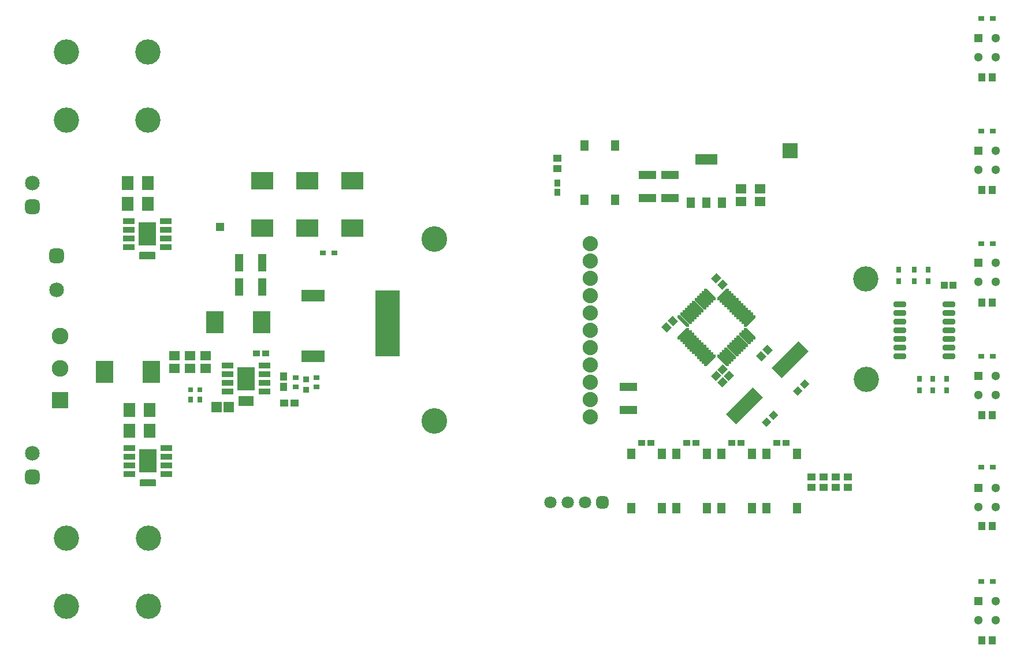
<source format=gts>
%TF.GenerationSoftware,Altium Limited,DefaultClient, ()*%
G04 Layer_Color=8388736*
%FSLAX45Y45*%
%MOMM*%
%TF.SameCoordinates,AE975085-364B-4CEB-9B6D-173D2EE7C3AA*%
%TF.FilePolarity,Negative*%
%TF.FileFunction,Soldermask,Top*%
%TF.Part,Single*%
G01*
G75*
%TA.AperFunction,SMDPad,CuDef*%
%ADD20R,1.20000X1.50000*%
%ADD21R,3.30000X1.50000*%
%ADD22R,2.50000X3.30000*%
%ADD23R,0.90000X0.80000*%
%ADD24R,0.65872X0.81213*%
%ADD25R,0.80000X0.90000*%
%ADD26R,0.65872X0.78740*%
%ADD27R,0.81213X0.65872*%
%ADD28R,1.30000X1.55000*%
%ADD29R,1.50822X1.40574*%
%ADD30R,1.05814X0.91213*%
%ADD31R,1.25814X1.01213*%
%ADD32R,1.57807X1.55620*%
G04:AMPARAMS|DCode=33|XSize=1.0065mm|YSize=0.95822mm|CornerRadius=0mm|HoleSize=0mm|Usage=FLASHONLY|Rotation=45.000|XOffset=0mm|YOffset=0mm|HoleType=Round|Shape=Rectangle|*
%AMROTATEDRECTD33*
4,1,4,-0.01707,-0.69463,-0.69463,-0.01707,0.01707,0.69463,0.69463,0.01707,-0.01707,-0.69463,0.0*
%
%ADD33ROTATEDRECTD33*%

%ADD34R,0.91213X0.85872*%
G04:AMPARAMS|DCode=35|XSize=5.6mm|YSize=2.1mm|CornerRadius=0mm|HoleSize=0mm|Usage=FLASHONLY|Rotation=225.000|XOffset=0mm|YOffset=0mm|HoleType=Round|Shape=Rectangle|*
%AMROTATEDRECTD35*
4,1,4,1.23744,2.72236,2.72236,1.23744,-1.23744,-2.72236,-2.72236,-1.23744,1.23744,2.72236,0.0*
%
%ADD35ROTATEDRECTD35*%

%ADD36R,2.50000X1.25000*%
%ADD40R,1.25000X2.50000*%
%ADD41R,1.01213X1.25814*%
%ADD44R,0.91213X1.05814*%
%ADD45R,3.30000X2.50000*%
%TA.AperFunction,ComponentPad*%
%ADD61C,2.45000*%
%ADD62R,2.45000X2.45000*%
%ADD63R,1.30000X1.30000*%
%ADD64C,1.30000*%
%TA.AperFunction,NonConductor*%
%ADD82R,3.55600X9.65200*%
%ADD83R,2.28600X2.28600*%
%ADD84R,1.27000X1.27000*%
%TA.AperFunction,SMDPad,CuDef*%
G04:AMPARAMS|DCode=85|XSize=0.5032mm|YSize=2.3032mm|CornerRadius=0mm|HoleSize=0mm|Usage=FLASHONLY|Rotation=225.000|XOffset=0mm|YOffset=0mm|HoleType=Round|Shape=Round|*
%AMOVALD85*
21,1,1.80000,0.50320,0.00000,0.00000,315.0*
1,1,0.50320,-0.63640,0.63640*
1,1,0.50320,0.63640,-0.63640*
%
%ADD85OVALD85*%

G04:AMPARAMS|DCode=86|XSize=0.5032mm|YSize=2.3032mm|CornerRadius=0mm|HoleSize=0mm|Usage=FLASHONLY|Rotation=135.000|XOffset=0mm|YOffset=0mm|HoleType=Round|Shape=Round|*
%AMOVALD86*
21,1,1.80000,0.50320,0.00000,0.00000,225.0*
1,1,0.50320,0.63640,0.63640*
1,1,0.50320,-0.63640,-0.63640*
%
%ADD86OVALD86*%

%ADD87R,1.72820X0.85320*%
%ADD88R,2.59320X3.40320*%
%ADD89R,1.20320X1.00320*%
G04:AMPARAMS|DCode=90|XSize=0.8032mm|YSize=1.8532mm|CornerRadius=0.1526mm|HoleSize=0mm|Usage=FLASHONLY|Rotation=90.000|XOffset=0mm|YOffset=0mm|HoleType=Round|Shape=RoundedRectangle|*
%AMROUNDEDRECTD90*
21,1,0.80320,1.54800,0,0,90.0*
21,1,0.49800,1.85320,0,0,90.0*
1,1,0.30520,0.77400,0.24900*
1,1,0.30520,0.77400,-0.24900*
1,1,0.30520,-0.77400,-0.24900*
1,1,0.30520,-0.77400,0.24900*
%
%ADD90ROUNDEDRECTD90*%
%ADD91R,3.40320X1.80320*%
%ADD92R,1.75763X2.10940*%
%ADD93R,1.05320X1.10320*%
G04:AMPARAMS|DCode=94|XSize=1.1032mm|YSize=1.0532mm|CornerRadius=0mm|HoleSize=0mm|Usage=FLASHONLY|Rotation=135.000|XOffset=0mm|YOffset=0mm|HoleType=Round|Shape=Rectangle|*
%AMROTATEDRECTD94*
4,1,4,0.76240,-0.01768,0.01768,-0.76240,-0.76240,0.01768,-0.01768,0.76240,0.76240,-0.01768,0.0*
%
%ADD94ROTATEDRECTD94*%

G04:AMPARAMS|DCode=95|XSize=1.1032mm|YSize=1.0532mm|CornerRadius=0mm|HoleSize=0mm|Usage=FLASHONLY|Rotation=45.000|XOffset=0mm|YOffset=0mm|HoleType=Round|Shape=Rectangle|*
%AMROTATEDRECTD95*
4,1,4,-0.01768,-0.76240,-0.76240,-0.01768,0.01768,0.76240,0.76240,0.01768,-0.01768,-0.76240,0.0*
%
%ADD95ROTATEDRECTD95*%

%ADD96R,1.00320X1.20320*%
%TA.AperFunction,ComponentPad*%
%ADD97C,3.75920*%
%ADD98C,2.23520*%
G04:AMPARAMS|DCode=99|XSize=2.1532mm|YSize=2.1532mm|CornerRadius=0.5891mm|HoleSize=0mm|Usage=FLASHONLY|Rotation=90.000|XOffset=0mm|YOffset=0mm|HoleType=Round|Shape=RoundedRectangle|*
%AMROUNDEDRECTD99*
21,1,2.15320,0.97500,0,0,90.0*
21,1,0.97500,2.15320,0,0,90.0*
1,1,1.17820,0.48750,0.48750*
1,1,1.17820,0.48750,-0.48750*
1,1,1.17820,-0.48750,-0.48750*
1,1,1.17820,-0.48750,0.48750*
%
%ADD99ROUNDEDRECTD99*%
%ADD100C,2.15320*%
%ADD101C,1.80320*%
G04:AMPARAMS|DCode=102|XSize=1.8032mm|YSize=1.8032mm|CornerRadius=0.5016mm|HoleSize=0mm|Usage=FLASHONLY|Rotation=180.000|XOffset=0mm|YOffset=0mm|HoleType=Round|Shape=RoundedRectangle|*
%AMROUNDEDRECTD102*
21,1,1.80320,0.80000,0,0,180.0*
21,1,0.80000,1.80320,0,0,180.0*
1,1,1.00320,-0.40000,0.40000*
1,1,1.00320,0.40000,0.40000*
1,1,1.00320,0.40000,-0.40000*
1,1,1.00320,-0.40000,-0.40000*
%
%ADD102ROUNDEDRECTD102*%
%TA.AperFunction,ViaPad*%
%ADD103C,3.70320*%
G36*
X2036231Y1931102D02*
X2045199Y1922110D01*
X2045016Y1825045D01*
X1806416Y1825445D01*
Y1922310D01*
X1815400Y1931287D01*
X2036231Y1931102D01*
D02*
G37*
G36*
X3475000Y3000000D02*
X3250000D01*
Y3150000D01*
X3475000D01*
Y3000000D01*
D02*
G37*
G36*
X2023563Y5261015D02*
X2032531Y5252023D01*
X2032348Y5154958D01*
X1793747Y5155358D01*
Y5252223D01*
X1802732Y5261200D01*
X2023563Y5261015D01*
D02*
G37*
D20*
X9880000Y5979200D02*
D03*
X10340000D02*
D03*
X10110000Y5979200D02*
D03*
D21*
Y6619200D02*
D03*
D22*
X3596200Y4229100D02*
D03*
X2906200D02*
D03*
X1285680Y3500120D02*
D03*
X1975680D02*
D03*
D23*
X14139000Y8686800D02*
D03*
X14309000D02*
D03*
X14139000Y431800D02*
D03*
X14309000D02*
D03*
X14139000Y2108200D02*
D03*
X14309000D02*
D03*
X14139000Y3733800D02*
D03*
X14309000D02*
D03*
X14139000Y5384800D02*
D03*
X14309000D02*
D03*
X14139000Y7035800D02*
D03*
X14309000D02*
D03*
X4490000Y5250000D02*
D03*
X4660000D02*
D03*
D24*
X2688950Y3092060D02*
D03*
X2553610D02*
D03*
D25*
X13234599Y3229800D02*
D03*
Y3399800D02*
D03*
X12934599Y4829800D02*
D03*
Y4999800D02*
D03*
X13163200Y4830000D02*
D03*
Y5000000D02*
D03*
X13366400Y4830000D02*
D03*
Y5000000D02*
D03*
X13634599Y3229800D02*
D03*
Y3399800D02*
D03*
X13434599Y3229800D02*
D03*
Y3399800D02*
D03*
D26*
X2688950Y3243580D02*
D03*
X2553610D02*
D03*
D27*
X4090791Y3285648D02*
D03*
Y3420989D02*
D03*
X4398202Y3416662D02*
D03*
Y3281321D02*
D03*
D28*
X10332800Y1507500D02*
D03*
Y2302500D02*
D03*
X10782800D02*
D03*
Y1507500D02*
D03*
X8325000Y6027500D02*
D03*
Y6822500D02*
D03*
X8775000D02*
D03*
Y6027500D02*
D03*
X10993200Y1507500D02*
D03*
Y2302500D02*
D03*
X11443200D02*
D03*
Y1507500D02*
D03*
X9012000Y2302500D02*
D03*
Y1507500D02*
D03*
X9462000D02*
D03*
Y2302500D02*
D03*
X9672400Y1507500D02*
D03*
Y2302500D02*
D03*
X10122400D02*
D03*
Y1507500D02*
D03*
D29*
X10619589Y6188624D02*
D03*
Y6003376D02*
D03*
X2311400Y3552276D02*
D03*
Y3737524D02*
D03*
X2540000Y3552276D02*
D03*
Y3737524D02*
D03*
X2768600Y3552276D02*
D03*
Y3737524D02*
D03*
X10898989Y6188624D02*
D03*
Y6003376D02*
D03*
D30*
X11146401Y2463800D02*
D03*
X11281799D02*
D03*
X3513701Y3771900D02*
D03*
X3649100D02*
D03*
X9165201Y2463800D02*
D03*
X9300599D02*
D03*
X9825601D02*
D03*
X9960999D02*
D03*
X10486001D02*
D03*
X10621399D02*
D03*
D31*
X3922801Y3048000D02*
D03*
X4078199D02*
D03*
D32*
X2936194Y2984500D02*
D03*
X3109006D02*
D03*
D33*
X11449794Y3222734D02*
D03*
X11552446Y3325386D02*
D03*
X11095246Y2868186D02*
D03*
X10992594Y2765534D02*
D03*
D34*
X4245694Y3237926D02*
D03*
Y3393268D02*
D03*
D35*
X11341696Y3675976D02*
D03*
X10669944Y3004224D02*
D03*
D36*
X9576600Y6053000D02*
D03*
Y6393000D02*
D03*
X9246400Y6053000D02*
D03*
Y6393000D02*
D03*
X8966200Y3284040D02*
D03*
Y2944040D02*
D03*
D40*
X3604080Y5102860D02*
D03*
X3264080D02*
D03*
X3604080Y4747260D02*
D03*
X3264080D02*
D03*
D41*
X3910765Y3433529D02*
D03*
Y3278131D02*
D03*
D44*
X7925000Y6136694D02*
D03*
Y6272093D02*
D03*
D45*
X3605060Y5613840D02*
D03*
Y6303840D02*
D03*
X4265460Y6303840D02*
D03*
Y5613840D02*
D03*
X4925860Y5613840D02*
D03*
Y6303840D02*
D03*
D61*
X635000Y4026000D02*
D03*
Y3556000D02*
D03*
D62*
Y3086000D02*
D03*
D63*
X14097000Y6744000D02*
D03*
Y8395000D02*
D03*
Y140000D02*
D03*
Y1804000D02*
D03*
Y3442000D02*
D03*
Y5106000D02*
D03*
D64*
Y6464000D02*
D03*
X14350999Y6744000D02*
D03*
Y6464000D02*
D03*
X14097000Y8115000D02*
D03*
X14350999Y8395000D02*
D03*
Y8115000D02*
D03*
X14097000Y-140000D02*
D03*
X14350999Y140000D02*
D03*
Y-140000D02*
D03*
X14097000Y1524000D02*
D03*
X14350999Y1804000D02*
D03*
Y1524000D02*
D03*
X14097000Y3162000D02*
D03*
X14350999Y3442000D02*
D03*
Y3162000D02*
D03*
X14097000Y4826000D02*
D03*
X14350999Y5106000D02*
D03*
Y4826000D02*
D03*
D82*
X5435600Y4216400D02*
D03*
D83*
X11341100Y6743700D02*
D03*
D84*
X2984500Y5626100D02*
D03*
D85*
X10639902Y3953915D02*
D03*
X9777232Y4250899D02*
D03*
X10357059Y3671072D02*
D03*
X9812587Y4286255D02*
D03*
X9847943Y4321610D02*
D03*
X9883298Y4356965D02*
D03*
X9918653Y4392321D02*
D03*
X9954009Y4427676D02*
D03*
X9989364Y4463031D02*
D03*
X10024719Y4498387D02*
D03*
X10060075Y4533742D02*
D03*
X10095430Y4569098D02*
D03*
X10130785Y4604453D02*
D03*
X10166141Y4639808D02*
D03*
X10745968Y4059981D02*
D03*
X10710613Y4024625D02*
D03*
X10675258Y3989270D02*
D03*
X10604547Y3918559D02*
D03*
X10569191Y3883204D02*
D03*
X10463125Y3777138D02*
D03*
X10427770Y3741783D02*
D03*
X10392415Y3706427D02*
D03*
X10533836Y3847849D02*
D03*
X10498481Y3812493D02*
D03*
D86*
X10357059Y4639808D02*
D03*
X10166141Y3671072D02*
D03*
X10130785Y3706427D02*
D03*
X10095430Y3741783D02*
D03*
X10060075Y3777138D02*
D03*
X10024719Y3812493D02*
D03*
X9989364Y3847849D02*
D03*
X9954009Y3883204D02*
D03*
X9918653Y3918559D02*
D03*
X9847942Y3989270D02*
D03*
X9812587Y4024625D02*
D03*
X9777232Y4059981D02*
D03*
X10392415Y4604453D02*
D03*
X10427770Y4569098D02*
D03*
X10463125Y4533742D02*
D03*
X10498481Y4498387D02*
D03*
X10533836Y4463031D02*
D03*
X10569191Y4427676D02*
D03*
X10604547Y4392321D02*
D03*
X10639902Y4356965D02*
D03*
X10675257Y4321610D02*
D03*
X10710613Y4286255D02*
D03*
X10745968Y4250899D02*
D03*
X9883298Y3953915D02*
D03*
D87*
X3089800Y3594100D02*
D03*
Y3467100D02*
D03*
Y3340100D02*
D03*
Y3213100D02*
D03*
X3632200D02*
D03*
Y3340100D02*
D03*
Y3467100D02*
D03*
Y3594100D02*
D03*
X2184400Y5334000D02*
D03*
X1642000Y5715000D02*
D03*
Y5588000D02*
D03*
Y5461000D02*
D03*
Y5334000D02*
D03*
X2184400Y5715000D02*
D03*
Y5588000D02*
D03*
Y5461000D02*
D03*
X1654700Y2006600D02*
D03*
Y2133600D02*
D03*
Y2260600D02*
D03*
Y2387600D02*
D03*
X2197100Y2006600D02*
D03*
Y2260600D02*
D03*
Y2133600D02*
D03*
Y2387600D02*
D03*
D88*
X3361000Y3403600D02*
D03*
X1913200Y5524500D02*
D03*
X1925900Y2197100D02*
D03*
D89*
X12187904Y1812989D02*
D03*
X12187904Y1962989D02*
D03*
X7925000Y6634993D02*
D03*
Y6484993D02*
D03*
X11651457Y1812990D02*
D03*
Y1962989D02*
D03*
X11827479Y1812990D02*
D03*
Y1962989D02*
D03*
X12007492D02*
D03*
Y1812990D02*
D03*
D90*
X12947099Y4495800D02*
D03*
Y4241800D02*
D03*
Y3987800D02*
D03*
Y3733800D02*
D03*
X13672099Y4368800D02*
D03*
Y4114800D02*
D03*
Y3860800D02*
D03*
X12947099Y4114800D02*
D03*
X13672099Y4241800D02*
D03*
Y4495800D02*
D03*
X12947099Y4368800D02*
D03*
X13672099Y3733800D02*
D03*
Y3987800D02*
D03*
X12947099Y3860800D02*
D03*
D91*
X4343400Y4623300D02*
D03*
Y3733300D02*
D03*
D92*
X1950988Y2946400D02*
D03*
X1655812D02*
D03*
X1630412Y5969000D02*
D03*
X1925588D02*
D03*
X1630412Y6273800D02*
D03*
X1925588D02*
D03*
X1950988Y2641600D02*
D03*
X1655812D02*
D03*
D93*
X13730200Y4775200D02*
D03*
X13600200D02*
D03*
D94*
X10919218Y3733558D02*
D03*
X11011142Y3825482D02*
D03*
X9529838Y4157738D02*
D03*
X9621762Y4249662D02*
D03*
D95*
X10253738Y4871962D02*
D03*
X10345662Y4780038D02*
D03*
X10442182Y3446538D02*
D03*
X10350258Y3538462D02*
D03*
X10350742Y3352558D02*
D03*
X10258818Y3444482D02*
D03*
D96*
X14299001Y-431800D02*
D03*
X14149001D02*
D03*
X14299001Y1244600D02*
D03*
X14149001D02*
D03*
X14299001Y2870200D02*
D03*
X14149001D02*
D03*
X14299001Y4521200D02*
D03*
X14149001D02*
D03*
X14299001Y6172200D02*
D03*
X14149001D02*
D03*
X14299001Y7823200D02*
D03*
X14149001D02*
D03*
D97*
X6121400Y5448300D02*
D03*
Y2781300D02*
D03*
D98*
X8407400Y3352800D02*
D03*
Y2844800D02*
D03*
Y5130800D02*
D03*
Y3606800D02*
D03*
Y4368800D02*
D03*
Y3098800D02*
D03*
Y4622800D02*
D03*
Y4114800D02*
D03*
Y3860800D02*
D03*
Y5384800D02*
D03*
Y4876800D02*
D03*
D99*
X233200Y1958600D02*
D03*
X589998Y5202999D02*
D03*
X233200Y5921000D02*
D03*
D100*
Y2308600D02*
D03*
X589998Y4703000D02*
D03*
X233200Y6271000D02*
D03*
D101*
X7823200Y1590040D02*
D03*
X8077200D02*
D03*
X8331200D02*
D03*
D102*
X8585200D02*
D03*
D103*
X12458700Y3393440D02*
D03*
X12446000Y4866640D02*
D03*
X1930011Y67502D02*
D03*
Y1067502D02*
D03*
X730011D02*
D03*
Y67502D02*
D03*
X1928980Y8196580D02*
D03*
Y7196580D02*
D03*
X728980D02*
D03*
Y8196580D02*
D03*
%TF.MD5,f1d6b3b9fdd2d556026963d4bec2079e*%
M02*

</source>
